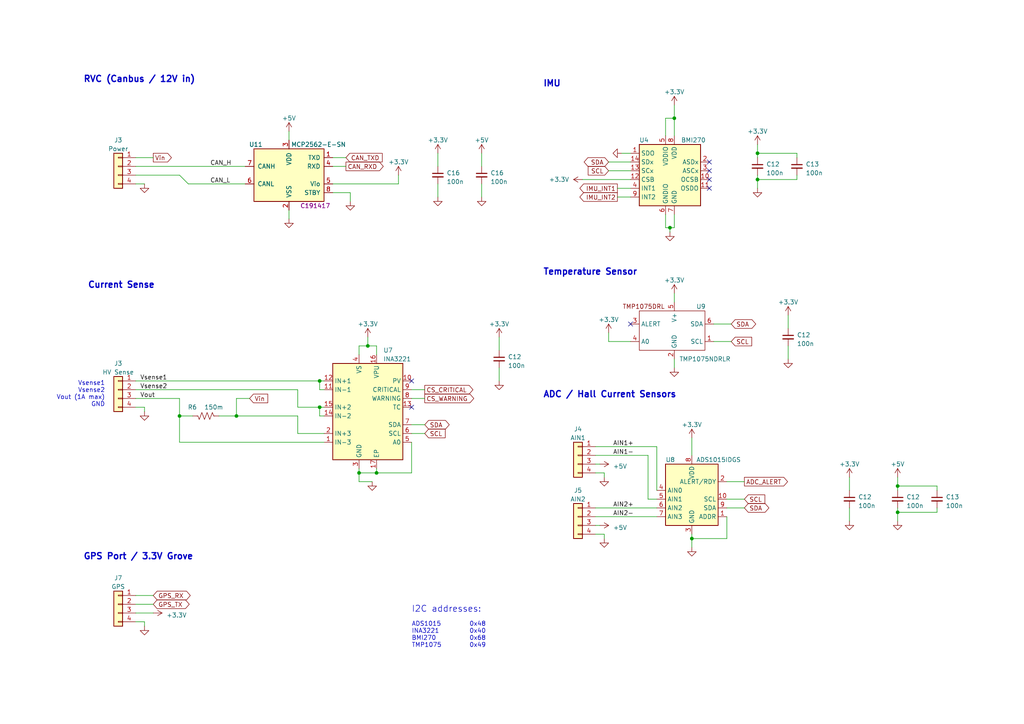
<source format=kicad_sch>
(kicad_sch (version 20230121) (generator eeschema)
  (paper "A4")
  (lib_symbols
    (symbol "Analog_ADC:ADS1015IDGS"
      (property "Reference" "U" (at 2.54 13.97 0))
      (property "Value" "ADS1015IDGS" (at 7.62 11.43 0))
      (symbol "ADS1015IDGS_0_1"
        (rectangle (start -7.62 10.16) (end 7.62 -7.62) (stroke (width 0.254)) (fill (type background)))
      )
      (symbol "ADS1015IDGS_1_1"
        (pin input line (at 10.16 -5.08 180) (length 2.54) (name "ADDR") (number "1"))
        (pin input line (at 10.16 0 180) (length 2.54) (name "SCL") (number "10"))
        (pin output line (at 10.16 5.08 180) (length 2.54) (name "ALERT/RDY") (number "2"))
        (pin power_in line (at 0 -10.16 90) (length 2.54) (name "GND") (number "3"))
        (pin input line (at -10.16 2.54 0) (length 2.54) (name "AIN0") (number "4"))
        (pin input line (at -10.16 0 0) (length 2.54) (name "AIN1") (number "5"))
        (pin input line (at -10.16 -2.54 0) (length 2.54) (name "AIN2") (number "6"))
        (pin input line (at -10.16 -5.08 0) (length 2.54) (name "AIN3") (number "7"))
        (pin power_in line (at 0 12.7 270) (length 2.54) (name "VDD") (number "8"))
        (pin bidirectional line (at 10.16 -2.54 180) (length 2.54) (name "SDA") (number "9"))
      )
    )
    (symbol "Connector_Generic:Conn_01x04" (pin_names (offset 1.016) hide)
      (property "Reference" "J" (at 0 5.08 0))
      (property "Value" "Conn_01x04" (at 0 -7.62 0))
      (symbol "Conn_01x04_1_1"
        (rectangle (start -1.27 -4.953) (end 0 -5.207) (stroke (width 0.1524)))
        (rectangle (start -1.27 -2.413) (end 0 -2.667) (stroke (width 0.1524)))
        (rectangle (start -1.27 0.127) (end 0 -0.127) (stroke (width 0.1524)))
        (rectangle (start -1.27 2.667) (end 0 2.413) (stroke (width 0.1524)))
        (rectangle (start -1.27 3.81) (end 1.27 -6.35) (stroke (width 0.254)) (fill (type background)))
        (pin passive line (at -5.08 2.54 0) (length 3.81) (name "Pin_1") (number "1"))
        (pin passive line (at -5.08 0 0) (length 3.81) (name "Pin_2") (number "2"))
        (pin passive line (at -5.08 -2.54 0) (length 3.81) (name "Pin_3") (number "3"))
        (pin passive line (at -5.08 -5.08 0) (length 3.81) (name "Pin_4") (number "4"))
      )
    )
    (symbol "Device:C_Small" (pin_numbers hide) (pin_names (offset 0.254) hide)
      (property "Reference" "C" (at 0.254 1.778 0))
      (property "Value" "C_Small" (at 0.254 -2.032 0))
      (symbol "C_Small_0_1"
        (polyline (pts (xy -1.524 -0.508) (xy 1.524 -0.508)) (stroke (width 0.3302)))
        (polyline (pts (xy -1.524 0.508) (xy 1.524 0.508)) (stroke (width 0.3048)))
      )
      (symbol "C_Small_1_1"
        (pin passive line (at 0 2.54 270) (length 2.032) (name "~") (number "1"))
        (pin passive line (at 0 -2.54 90) (length 2.032) (name "~") (number "2"))
      )
    )
    (symbol "Device:R_US" (pin_numbers hide) (pin_names (offset 0))
      (property "Reference" "R" (at 2.54 0 90))
      (property "Value" "R_US" (at -2.54 0 90))
      (symbol "R_US_0_1"
        (polyline (pts (xy 0 -2.286) (xy 0 -2.54)))
        (polyline (pts (xy 0 2.286) (xy 0 2.54)))
        (polyline (pts (xy 0 -0.762) (xy 1.016 -1.143) (xy 0 -1.524) (xy -1.016 -1.905) (xy 0 -2.286)))
        (polyline (pts (xy 0 0.762) (xy 1.016 0.381) (xy 0 0) (xy -1.016 -0.381) (xy 0 -0.762)))
        (polyline (pts (xy 0 2.286) (xy 1.016 1.905) (xy 0 1.524) (xy -1.016 1.143) (xy 0 0.762)))
      )
      (symbol "R_US_1_1"
        (pin passive line (at 0 3.81 270) (length 1.27) (name "~") (number "1"))
        (pin passive line (at 0 -3.81 90) (length 1.27) (name "~") (number "2"))
      )
    )
    (symbol "Interface_CAN_LIN:MCP2562-E-SN" (pin_names (offset 1.016))
      (property "Reference" "U" (at -10.16 8.89 0))
      (property "Value" "MCP2562-E-SN" (at 2.54 8.89 0))
      (symbol "MCP2562-E-SN_0_1"
        (rectangle (start -10.16 7.62) (end 10.16 -7.62) (stroke (width 0.254)) (fill (type background)))
      )
      (symbol "MCP2562-E-SN_1_1"
        (pin input line (at -12.7 5.08 0) (length 2.54) (name "TXD") (number "1"))
        (pin power_in line (at 0 -10.16 90) (length 2.54) (name "VSS") (number "2"))
        (pin power_in line (at 0 10.16 270) (length 2.54) (name "VDD") (number "3"))
        (pin output line (at -12.7 2.54 0) (length 2.54) (name "RXD") (number "4"))
        (pin power_in line (at -12.7 -2.54 0) (length 2.54) (name "Vio") (number "5"))
        (pin bidirectional line (at 12.7 -2.54 180) (length 2.54) (name "CANL") (number "6"))
        (pin bidirectional line (at 12.7 2.54 180) (length 2.54) (name "CANH") (number "7"))
        (pin input line (at -12.7 -5.08 0) (length 2.54) (name "STBY") (number "8"))
      )
    )
    (symbol "Power_Management:INA3221"
      (property "Reference" "U" (at -10.16 17.78 0))
      (property "Value" "INA3221" (at 5.08 17.78 0))
      (symbol "INA3221_0_1"
        (rectangle (start 10.16 -12.7) (end -10.16 15.24) (stroke (width 0.254)) (fill (type background)))
      )
      (symbol "INA3221_1_1"
        (pin input line (at -12.7 -7.62 0) (length 2.54) (name "IN-3") (number "1"))
        (pin open_collector line (at 12.7 10.16 180) (length 2.54) (name "PV") (number "10"))
        (pin input line (at -12.7 7.62 0) (length 2.54) (name "IN-1") (number "11"))
        (pin input line (at -12.7 10.16 0) (length 2.54) (name "IN+1") (number "12"))
        (pin open_collector line (at 12.7 2.54 180) (length 2.54) (name "TC") (number "13"))
        (pin input line (at -12.7 0 0) (length 2.54) (name "IN-2") (number "14"))
        (pin input line (at -12.7 2.54 0) (length 2.54) (name "IN+2") (number "15"))
        (pin power_in line (at 2.54 17.78 270) (length 2.54) (name "VPU") (number "16"))
        (pin passive line (at 2.54 -15.24 90) (length 2.54) (name "EP") (number "17"))
        (pin input line (at -12.7 -5.08 0) (length 2.54) (name "IN+3") (number "2"))
        (pin power_in line (at -2.54 -15.24 90) (length 2.54) (name "GND") (number "3"))
        (pin power_in line (at -2.54 17.78 270) (length 2.54) (name "VS") (number "4"))
        (pin input line (at 12.7 -7.62 180) (length 2.54) (name "A0") (number "5"))
        (pin input line (at 12.7 -5.08 180) (length 2.54) (name "SCL") (number "6"))
        (pin bidirectional line (at 12.7 -2.54 180) (length 2.54) (name "SDA") (number "7"))
        (pin open_collector line (at 12.7 5.08 180) (length 2.54) (name "WARNING") (number "8"))
        (pin open_collector line (at 12.7 7.62 180) (length 2.54) (name "CRITICAL") (number "9"))
      )
    )
    (symbol "Sensor_Motion:BMI160"
      (property "Reference" "U" (at -10.16 8.89 0))
      (property "Value" "BMI160" (at 7.62 8.89 0))
      (symbol "BMI160_1_1"
        (rectangle (start -10.16 7.62) (end 7.62 -10.16) (stroke (width 0.254)) (fill (type background)))
        (pin bidirectional line (at -12.7 5.08 0) (length 2.54) (name "SDO") (number "1"))
        (pin bidirectional line (at 10.16 -2.54 180) (length 2.54) (name "OCSB") (number "10"))
        (pin bidirectional line (at 10.16 -5.08 180) (length 2.54) (name "OSDO") (number "11"))
        (pin input line (at -12.7 -2.54 0) (length 2.54) (name "CSB") (number "12"))
        (pin input line (at -12.7 0 0) (length 2.54) (name "SCx") (number "13"))
        (pin bidirectional line (at -12.7 2.54 0) (length 2.54) (name "SDx") (number "14"))
        (pin bidirectional line (at 10.16 2.54 180) (length 2.54) (name "ASDx") (number "2"))
        (pin output line (at 10.16 0 180) (length 2.54) (name "ASCx") (number "3"))
        (pin bidirectional line (at -12.7 -5.08 0) (length 2.54) (name "INT1") (number "4"))
        (pin power_in line (at -2.54 10.16 270) (length 2.54) (name "VDDIO") (number "5"))
        (pin power_in line (at -2.54 -12.7 90) (length 2.54) (name "GNDIO") (number "6"))
        (pin power_in line (at 0 -12.7 90) (length 2.54) (name "GND") (number "7"))
        (pin power_in line (at 0 10.16 270) (length 2.54) (name "VDD") (number "8"))
        (pin bidirectional line (at -12.7 -7.62 0) (length 2.54) (name "INT2") (number "9"))
      )
    )
    (symbol "Symbols:TMP1075-SOT563"
      (property "Reference" "U" (at 7.62 12.7 0))
      (symbol "TMP1075-SOT563_0_1"
        (rectangle (start -10.16 11.43) (end 8.89 0))
      )
      (symbol "TMP1075-SOT563_1_1"
        (text "TMP1075DRL" (at -8.89 12.7 0) (effects (font (size 1.27 1.27))))
        (pin input line (at 11.43 2.54 180) (length 2.54) (name "SCL") (number "1"))
        (pin power_in line (at 0 -2.54 90) (length 2.54) (name "GND") (number "2"))
        (pin output line (at -12.7 7.62 0) (length 2.54) (name "ALERT") (number "3"))
        (pin input line (at -12.7 2.54 0) (length 2.54) (name "A0") (number "4"))
        (pin power_in line (at 0 13.97 270) (length 2.54) (name "V+") (number "5"))
        (pin bidirectional line (at 11.43 7.62 180) (length 2.54) (name "SDA") (number "6"))
      )
    )
    (symbol "power:+3.3V" (power) (pin_names (offset 0))
      (property "Value" "+3.3V" (at 0 3.556 0))
      (symbol "+3.3V_0_1"
        (polyline (pts (xy -0.762 1.27) (xy 0 2.54)))
        (polyline (pts (xy 0 0) (xy 0 2.54)))
        (polyline (pts (xy 0 2.54) (xy 0.762 1.27)))
      )
      (symbol "+3.3V_1_1"
        (pin power_in line (at 0 0 90) (length 0) hide (name "+3.3V") (number "1"))
      )
    )
    (symbol "power:+5V" (power) (pin_names (offset 0))
      (property "Value" "+5V" (at 0 3.556 0))
      (symbol "+5V_0_1"
        (polyline (pts (xy -0.762 1.27) (xy 0 2.54)))
        (polyline (pts (xy 0 0) (xy 0 2.54)))
        (polyline (pts (xy 0 2.54) (xy 0.762 1.27)))
      )
      (symbol "+5V_1_1"
        (pin power_in line (at 0 0 90) (length 0) hide (name "+5V") (number "1"))
      )
    )
    (symbol "power:GND" (power) (pin_names (offset 0))
      (property "Value" "GND" (at 0 -3.81 0))
      (symbol "GND_0_1"
        (polyline (pts (xy 0 0) (xy 0 -1.27) (xy 1.27 -1.27) (xy 0 -2.54) (xy -1.27 -1.27) (xy 0 -1.27)))
      )
      (symbol "GND_1_1"
        (pin power_in line (at 0 0 270) (length 0) hide (name "GND") (number "1"))
      )
    )
  )
  (junction (at 106.68 100.33))
  (junction (at 219.71 52.07))
  (junction (at 200.66 156.21))
  (junction (at 104.14 137.16))
  (junction (at 68.58 120.65))
  (junction (at 92.71 118.11))
  (junction (at 260.35 148.59))
  (junction (at 194.31 66.04))
  (junction (at 260.35 140.97))
  (junction (at 219.71 44.45))
  (junction (at 109.22 137.16))
  (junction (at 52.07 120.65))
  (junction (at 195.58 34.29))
  (junction (at 92.71 110.49))
  (no_connect (at 205.74 49.53))
  (no_connect (at 119.38 110.49))
  (no_connect (at 182.88 93.98))
  (no_connect (at 119.38 118.11))
  (no_connect (at 205.74 54.61))
  (no_connect (at 205.74 52.07))
  (no_connect (at 205.74 46.99))
  (wire (pts (xy 176.53 99.06) (xy 182.88 99.06)))
  (wire (pts (xy 101.6 55.88) (xy 101.6 58.42)))
  (wire (pts (xy 52.07 120.65) (xy 55.88 120.65)))
  (wire (pts (xy 246.38 147.32) (xy 246.38 151.13)))
  (wire (pts (xy 39.37 113.03) (xy 86.36 113.03)))
  (wire (pts (xy 109.22 100.33) (xy 109.22 102.87)))
  (wire (pts (xy 231.14 44.45) (xy 219.71 44.45)))
  (wire (pts (xy 104.14 100.33) (xy 106.68 100.33)))
  (wire (pts (xy 271.78 140.97) (xy 271.78 142.24)))
  (wire (pts (xy 195.58 85.09) (xy 195.58 87.63)))
  (wire (pts (xy 96.52 53.34) (xy 115.57 53.34)))
  (wire (pts (xy 96.52 55.88) (xy 101.6 55.88)))
  (wire (pts (xy 210.82 144.78) (xy 215.9 144.78)))
  (wire (pts (xy 127 53.34) (xy 127 57.15)))
  (wire (pts (xy 193.04 34.29) (xy 195.58 34.29)))
  (wire (pts (xy 39.37 50.8) (xy 52.07 50.8)))
  (wire (pts (xy 195.58 62.23) (xy 195.58 66.04)))
  (wire (pts (xy 93.98 128.27) (xy 52.07 128.27)))
  (wire (pts (xy 180.34 44.45) (xy 182.88 44.45)))
  (wire (pts (xy 119.38 115.57) (xy 123.19 115.57)))
  (wire (pts (xy 182.88 46.99) (xy 176.53 46.99)))
  (wire (pts (xy 193.04 66.04) (xy 194.31 66.04)))
  (wire (pts (xy 260.35 148.59) (xy 260.35 151.13)))
  (wire (pts (xy 172.72 149.86) (xy 190.5 149.86)))
  (wire (pts (xy 100.33 48.26) (xy 96.52 48.26)))
  (wire (pts (xy 193.04 62.23) (xy 193.04 66.04)))
  (wire (pts (xy 195.58 30.48) (xy 195.58 34.29)))
  (wire (pts (xy 104.14 102.87) (xy 104.14 100.33)))
  (wire (pts (xy 194.31 66.04) (xy 195.58 66.04)))
  (wire (pts (xy 194.31 66.04) (xy 194.31 67.31)))
  (wire (pts (xy 119.38 128.27) (xy 119.38 137.16)))
  (wire (pts (xy 52.07 50.8) (xy 54.61 53.34)))
  (wire (pts (xy 193.04 34.29) (xy 193.04 39.37)))
  (wire (pts (xy 86.36 120.65) (xy 86.36 125.73)))
  (wire (pts (xy 92.71 113.03) (xy 92.71 110.49)))
  (wire (pts (xy 175.26 137.16) (xy 175.26 138.43)))
  (wire (pts (xy 172.72 134.62) (xy 173.99 134.62)))
  (wire (pts (xy 219.71 44.45) (xy 219.71 45.72)))
  (wire (pts (xy 86.36 118.11) (xy 92.71 118.11)))
  (wire (pts (xy 119.38 125.73) (xy 123.19 125.73)))
  (wire (pts (xy 200.66 127) (xy 200.66 132.08)))
  (wire (pts (xy 195.58 104.14) (xy 195.58 106.68)))
  (wire (pts (xy 246.38 138.43) (xy 246.38 142.24)))
  (wire (pts (xy 41.91 53.34) (xy 39.37 53.34)))
  (wire (pts (xy 172.72 147.32) (xy 190.5 147.32)))
  (wire (pts (xy 231.14 44.45) (xy 231.14 45.72)))
  (wire (pts (xy 41.91 118.11) (xy 41.91 119.38)))
  (wire (pts (xy 200.66 156.21) (xy 200.66 158.75)))
  (wire (pts (xy 200.66 156.21) (xy 210.82 156.21)))
  (wire (pts (xy 172.72 152.4) (xy 173.99 152.4)))
  (wire (pts (xy 144.78 106.68) (xy 144.78 110.49)))
  (wire (pts (xy 41.91 180.34) (xy 41.91 181.61)))
  (wire (pts (xy 179.07 54.61) (xy 182.88 54.61)))
  (wire (pts (xy 139.7 44.45) (xy 139.7 48.26)))
  (wire (pts (xy 231.14 50.8) (xy 231.14 52.07)))
  (wire (pts (xy 39.37 118.11) (xy 41.91 118.11)))
  (wire (pts (xy 172.72 132.08) (xy 187.96 132.08)))
  (wire (pts (xy 109.22 135.89) (xy 109.22 137.16)))
  (wire (pts (xy 200.66 154.94) (xy 200.66 156.21)))
  (wire (pts (xy 39.37 48.26) (xy 71.12 48.26)))
  (wire (pts (xy 86.36 113.03) (xy 86.36 118.11)))
  (wire (pts (xy 104.14 135.89) (xy 104.14 137.16)))
  (wire (pts (xy 52.07 128.27) (xy 52.07 120.65)))
  (wire (pts (xy 260.35 148.59) (xy 271.78 148.59)))
  (wire (pts (xy 207.01 93.98) (xy 212.09 93.98)))
  (wire (pts (xy 228.6 91.44) (xy 228.6 95.25)))
  (wire (pts (xy 179.07 57.15) (xy 182.88 57.15)))
  (wire (pts (xy 172.72 137.16) (xy 175.26 137.16)))
  (wire (pts (xy 68.58 115.57) (xy 68.58 120.65)))
  (wire (pts (xy 93.98 113.03) (xy 92.71 113.03)))
  (wire (pts (xy 175.26 154.94) (xy 175.26 156.21)))
  (wire (pts (xy 83.82 60.96) (xy 83.82 63.5)))
  (wire (pts (xy 92.71 118.11) (xy 93.98 118.11)))
  (wire (pts (xy 228.6 100.33) (xy 228.6 104.14)))
  (wire (pts (xy 187.96 144.78) (xy 190.5 144.78)))
  (wire (pts (xy 271.78 140.97) (xy 260.35 140.97)))
  (wire (pts (xy 52.07 120.65) (xy 52.07 115.57)))
  (wire (pts (xy 195.58 34.29) (xy 195.58 39.37)))
  (wire (pts (xy 83.82 38.1) (xy 83.82 40.64)))
  (wire (pts (xy 106.68 97.79) (xy 106.68 100.33)))
  (wire (pts (xy 119.38 113.03) (xy 123.19 113.03)))
  (wire (pts (xy 207.01 99.06) (xy 212.09 99.06)))
  (wire (pts (xy 106.68 100.33) (xy 109.22 100.33)))
  (wire (pts (xy 219.71 52.07) (xy 219.71 54.61)))
  (wire (pts (xy 271.78 147.32) (xy 271.78 148.59)))
  (wire (pts (xy 104.14 137.16) (xy 109.22 137.16)))
  (wire (pts (xy 39.37 115.57) (xy 52.07 115.57)))
  (wire (pts (xy 172.72 129.54) (xy 190.5 129.54)))
  (wire (pts (xy 92.71 120.65) (xy 92.71 118.11)))
  (wire (pts (xy 210.82 149.86) (xy 210.82 156.21)))
  (wire (pts (xy 92.71 110.49) (xy 93.98 110.49)))
  (wire (pts (xy 63.5 120.65) (xy 68.58 120.65)))
  (wire (pts (xy 93.98 120.65) (xy 92.71 120.65)))
  (wire (pts (xy 39.37 180.34) (xy 41.91 180.34)))
  (wire (pts (xy 127 44.45) (xy 127 48.26)))
  (wire (pts (xy 260.35 147.32) (xy 260.35 148.59)))
  (wire (pts (xy 176.53 96.52) (xy 176.53 99.06)))
  (wire (pts (xy 68.58 115.57) (xy 72.39 115.57)))
  (wire (pts (xy 190.5 142.24) (xy 190.5 129.54)))
  (wire (pts (xy 39.37 45.72) (xy 44.45 45.72)))
  (wire (pts (xy 104.14 137.16) (xy 104.14 139.7)))
  (wire (pts (xy 109.22 137.16) (xy 119.38 137.16)))
  (wire (pts (xy 104.14 139.7) (xy 107.95 139.7)))
  (wire (pts (xy 210.82 147.32) (xy 215.9 147.32)))
  (wire (pts (xy 139.7 53.34) (xy 139.7 57.15)))
  (wire (pts (xy 68.58 120.65) (xy 86.36 120.65)))
  (wire (pts (xy 260.35 140.97) (xy 260.35 142.24)))
  (wire (pts (xy 260.35 138.43) (xy 260.35 140.97)))
  (wire (pts (xy 182.88 49.53) (xy 176.53 49.53)))
  (wire (pts (xy 144.78 97.79) (xy 144.78 101.6)))
  (wire (pts (xy 187.96 132.08) (xy 187.96 144.78)))
  (wire (pts (xy 39.37 177.8) (xy 44.45 177.8)))
  (wire (pts (xy 39.37 110.49) (xy 92.71 110.49)))
  (wire (pts (xy 86.36 125.73) (xy 93.98 125.73)))
  (wire (pts (xy 39.37 175.26) (xy 44.45 175.26)))
  (wire (pts (xy 54.61 53.34) (xy 71.12 53.34)))
  (wire (pts (xy 100.33 45.72) (xy 96.52 45.72)))
  (wire (pts (xy 119.38 123.19) (xy 123.19 123.19)))
  (wire (pts (xy 219.71 41.91) (xy 219.71 44.45)))
  (wire (pts (xy 168.91 52.07) (xy 182.88 52.07)))
  (wire (pts (xy 115.57 53.34) (xy 115.57 50.8)))
  (wire (pts (xy 219.71 52.07) (xy 231.14 52.07)))
  (wire (pts (xy 172.72 154.94) (xy 175.26 154.94)))
  (wire (pts (xy 210.82 139.7) (xy 215.9 139.7)))
  (wire (pts (xy 219.71 50.8) (xy 219.71 52.07)))
  (wire (pts (xy 39.37 172.72) (xy 44.45 172.72)))
  (text "GPS Port / 3.3V Grove" (at 24.13 162.56 0) (effects (font (size 1.8 1.8) (thickness 0.36) bold) (justify left bottom)))
  (text "ADS1015\nINA3221\nBMI270\nTMP1075" (at 119.38 187.96 0) (effects (font (size 1.27 1.27)) (justify left bottom)))
  (text "Current Sense" (at 25.4 83.82 0) (effects (font (size 1.8 1.8) (thickness 0.36) bold) (justify left bottom)))
  (text "0x48\n0x40\n0x68\n0x49" (at 140.97 187.96 0) (effects (font (size 1.27 1.27)) (justify right bottom)))
  (text "Vsense1\nVsense2\nVout (1A max)\nGND\n" (at 30.48 118.11 0) (effects (font (size 1.27 1.27)) (justify right bottom)))
  (text "Temperature Sensor\n" (at 157.48 80.01 0) (effects (font (size 1.8 1.8) (thickness 0.36) bold) (justify left bottom)))
  (text "I2C addresses:" (at 119.38 177.8 0) (effects (font (size 1.8 1.8)) (justify left bottom)))
  (text "ADC / Hall Current Sensors\n" (at 157.48 115.57 0) (effects (font (size 1.8 1.8) (thickness 0.36) bold) (justify left bottom)))
  (text "RVC (Canbus / 12V in)" (at 24.13 24.13 0) (effects (font (size 1.8 1.8) (thickness 0.36) bold) (justify left bottom)))
  (text "IMU\n" (at 157.48 25.4 0) (effects (font (size 1.8 1.8) (thickness 0.36) bold) (justify left bottom)))
  (label "CAN_L" (at 60.96 53.34 0))
  (label "AIN2+" (at 177.8 147.32 0))
  (label "Vsense2" (at 40.64 113.03 0))
  (label "AIN1-" (at 177.8 132.08 0))
  (label "Vsense1" (at 40.64 110.49 0))
  (label "AIN1+" (at 177.8 129.54 0))
  (label "AIN2-" (at 177.8 149.86 0))
  (label "Vout" (at 40.64 115.57 0))
  (label "CAN_H" (at 60.96 48.26 0))
  (global_label "IMU_INT1" (shape output) (at 179.07 54.61 180) (property "Intersheetrefs" "${INTERSHEET_REFS}" (effects hide)))
  (global_label "SCL" (shape input) (at 123.19 125.73 0) (property "Intersheetrefs" "${INTERSHEET_REFS}" (effects hide)))
  (global_label "GPS_RX" (shape bidirectional) (at 44.45 172.72 0) (property "Intersheetrefs" "${INTERSHEET_REFS}" (effects hide)))
  (global_label "SCL" (shape input) (at 212.09 99.06 0) (property "Intersheetrefs" "${INTERSHEET_REFS}" (effects hide)))
  (global_label "SDA" (shape bidirectional) (at 123.19 123.19 0) (property "Intersheetrefs" "${INTERSHEET_REFS}" (effects hide)))
  (global_label "GPS_TX" (shape bidirectional) (at 44.45 175.26 0) (property "Intersheetrefs" "${INTERSHEET_REFS}" (effects hide)))
  (global_label "SDA" (shape bidirectional) (at 176.53 46.99 180) (property "Intersheetrefs" "${INTERSHEET_REFS}" (effects hide)))
  (global_label "CAN_TXD" (shape input) (at 100.33 45.72 0) (property "Intersheetrefs" "${INTERSHEET_REFS}" (effects hide)))
  (global_label "CS_CRITICAL" (shape output) (at 123.19 113.03 0) (property "Intersheetrefs" "${INTERSHEET_REFS}" (effects hide)))
  (global_label "IMU_INT2" (shape output) (at 179.07 57.15 180) (property "Intersheetrefs" "${INTERSHEET_REFS}" (effects hide)))
  (global_label "SCL" (shape input) (at 176.53 49.53 180) (property "Intersheetrefs" "${INTERSHEET_REFS}" (effects hide)))
  (global_label "CAN_RXD" (shape output) (at 100.33 48.26 0) (property "Intersheetrefs" "${INTERSHEET_REFS}" (effects hide)))
  (global_label "Vin" (shape input) (at 72.39 115.57 0) (property "Intersheetrefs" "${INTERSHEET_REFS}" (effects hide)))
  (global_label "CS_WARNING" (shape output) (at 123.19 115.57 0) (property "Intersheetrefs" "${INTERSHEET_REFS}" (effects hide)))
  (global_label "SDA" (shape bidirectional) (at 215.9 147.32 0) (property "Intersheetrefs" "${INTERSHEET_REFS}" (effects hide)))
  (global_label "SDA" (shape bidirectional) (at 212.09 93.98 0) (property "Intersheetrefs" "${INTERSHEET_REFS}" (effects hide)))
  (global_label "SCL" (shape input) (at 215.9 144.78 0) (property "Intersheetrefs" "${INTERSHEET_REFS}" (effects hide)))
  (global_label "Vin" (shape output) (at 44.45 45.72 0) (property "Intersheetrefs" "${INTERSHEET_REFS}" (effects hide)))
  (global_label "ADC_ALERT" (shape output) (at 215.9 139.7 0) (property "Intersheetrefs" "${INTERSHEET_REFS}" (effects hide)))
  (symbol (lib_id "Device:C_Small") (at 144.78 104.14 0) (unit 1)
    (property "Reference" "C12" (at 147.32 103.5113 0) (effects (justify left)))
    (property "Value" "100n" (at 147.32 106.0513 0) (effects (justify left)))
    (property "Footprint" "Footprints:C_0402_1005Metric" (effects hide))
    (property "LCSC" "C307331" (effects hide))
    (property "Description" "50V 100nF X7R ±10% Multilayer Ceramic Capacitor 0402 " (effects hide))
    (instances (project "canbus" (path "" (reference "C12") (unit 1)) (path "" (reference "C11") (unit 1))))
  )
  (symbol (lib_id "Connector_Generic:Conn_01x04") (at 34.29 113.03 0) (mirror y) (unit 1) (in_bom no)
    (property "Reference" "J3" (at 34.29 105.41 0))
    (property "Value" "HV Sense" (at 34.29 107.95 0))
    (property "Footprint" "Footprints:JST_PH_S4B-PH-K_1x04_P2.00mm_Horizontal" (effects hide))
    (property "Digikey" "455-1721-ND" (effects hide))
    (instances (project "canbus" (path "" (reference "J3") (unit 1)) (path "" (reference "J6") (unit 1))))
  )
  (symbol (lib_id "Connector_Generic:Conn_01x04") (at 167.64 132.08 0) (mirror y) (unit 1) (in_bom no)
    (property "Reference" "J4" (at 167.64 124.46 0))
    (property "Value" "AIN1" (at 167.64 127 0))
    (property "Footprint" "Footprints:JST_PH_S4B-PH-K_1x04_P2.00mm_Horizontal" (effects hide))
    (property "Digikey" "455-1721-ND" (effects hide))
  )
  (symbol (lib_id "power:GND") (at 101.6 58.42 0) (unit 1)
    (property "Reference" "#PWR012" (effects hide))
    (property "Value" "GND" (effects hide))
    (instances (project "Gateway" (path "" (reference "#PWR012") (unit 1))) (project "canbus" (path "" (reference "#PWR052") (unit 1)) (path "" (reference "#PWR058") (unit 1))))
  )
  (symbol (lib_id "Device:C_Small") (at 231.14 48.26 0) (unit 1)
    (property "Reference" "C13" (at 233.68 47.6313 0) (effects (justify left)))
    (property "Value" "100n" (at 233.68 50.1713 0) (effects (justify left)))
    (property "Footprint" "Footprints:C_0402_1005Metric" (effects hide))
    (property "LCSC" "C307331" (effects hide))
    (property "Description" "50V 100nF X7R ±10% Multilayer Ceramic Capacitor 0402 " (effects hide))
  )
  (symbol (lib_id "power:+5V") (at 83.82 38.1 0) (mirror y) (unit 1)
    (property "Reference" "#PWR04" (effects hide))
    (property "Value" "+5V" (at 83.82 34.29 0))
    (instances (project "Gateway" (path "" (reference "#PWR04") (unit 1))) (project "canbus" (path "" (reference "#PWR033") (unit 1)) (path "" (reference "#PWR032") (unit 1))))
  )
  (symbol (lib_id "power:+3.3V") (at 195.58 30.48 0) (unit 1)
    (property "Reference" "#PWR010" (effects hide))
    (property "Value" "+3.3V" (at 195.58 26.67 0))
    (instances (project "Gateway" (path "" (reference "#PWR010") (unit 1))) (project "canbus" (path "" (reference "#PWR022") (unit 1)) (path "" (reference "#PWR025") (unit 1))))
  )
  (symbol (lib_id "power:GND") (at 107.95 139.7 0) (unit 1)
    (property "Reference" "#PWR024" (effects hide))
    (property "Value" "GND" (effects hide))
    (instances (project "Gateway" (path "" (reference "#PWR024") (unit 1))) (project "canbus" (path "" (reference "#PWR042") (unit 1)) (path "" (reference "#PWR019") (unit 1))))
  )
  (symbol (lib_id "Device:C_Small") (at 246.38 144.78 0) (unit 1)
    (property "Reference" "C12" (at 248.92 144.1513 0) (effects (justify left)))
    (property "Value" "100n" (at 248.92 146.6913 0) (effects (justify left)))
    (property "Footprint" "Footprints:C_0402_1005Metric" (effects hide))
    (property "LCSC" "C307331" (effects hide))
    (property "Description" "50V 100nF X7R ±10% Multilayer Ceramic Capacitor 0402 " (effects hide))
    (instances (project "canbus" (path "" (reference "C12") (unit 1)) (path "" (reference "C14") (unit 1))))
  )
  (symbol (lib_id "Device:C_Small") (at 139.7 50.8 0) (unit 1)
    (property "Reference" "C16" (at 142.24 50.1713 0) (effects (justify left)))
    (property "Value" "100n" (at 142.24 52.7113 0) (effects (justify left)))
    (property "Footprint" "Footprints:C_0402_1005Metric" (effects hide))
    (property "LCSC" "C307331" (effects hide))
    (property "Description" "50V 100nF X7R ±10% Multilayer Ceramic Capacitor 0402 " (effects hide))
    (instances (project "canbus" (path "" (reference "C16") (unit 1)) (path "" (reference "C9") (unit 1))))
  )
  (symbol (lib_id "power:+5V") (at 139.7 44.45 0) (mirror y) (unit 1)
    (property "Reference" "#PWR04" (effects hide))
    (property "Value" "+5V" (at 139.7 40.64 0))
    (instances (project "Gateway" (path "" (reference "#PWR04") (unit 1))) (project "canbus" (path "" (reference "#PWR047") (unit 1)) (path "" (reference "#PWR065") (unit 1))))
  )
  (symbol (lib_id "power:GND") (at 194.31 67.31 0) (unit 1)
    (property "Reference" "#PWR012" (effects hide))
    (property "Value" "GND" (effects hide))
    (instances (project "Gateway" (path "" (reference "#PWR012") (unit 1))) (project "canbus" (path "" (reference "#PWR023") (unit 1)) (path "" (reference "#PWR023") (unit 1))))
  )
  (symbol (lib_id "Device:C_Small") (at 219.71 48.26 0) (unit 1)
    (property "Reference" "C12" (at 222.25 47.6313 0) (effects (justify left)))
    (property "Value" "100n" (at 222.25 50.1713 0) (effects (justify left)))
    (property "Footprint" "Footprints:C_0402_1005Metric" (effects hide))
    (property "LCSC" "C307331" (effects hide))
    (property "Description" "50V 100nF X7R ±10% Multilayer Ceramic Capacitor 0402 " (effects hide))
  )
  (symbol (lib_id "power:+3.3V") (at 200.66 127 0) (unit 1)
    (property "Reference" "#PWR010" (effects hide))
    (property "Value" "+3.3V" (at 200.66 123.19 0))
    (instances (project "Gateway" (path "" (reference "#PWR010") (unit 1))) (project "canbus" (path "" (reference "#PWR053") (unit 1)) (path "" (reference "#PWR043") (unit 1))))
  )
  (symbol (lib_id "power:+3.3V") (at 228.6 91.44 0) (unit 1)
    (property "Reference" "#PWR023" (effects hide))
    (property "Value" "+3.3V" (at 228.6 87.63 0))
    (instances (project "Gateway" (path "" (reference "#PWR023") (unit 1))) (project "canbus" (path "" (reference "#PWR013") (unit 1)) (path "" (reference "#PWR068") (unit 1))))
  )
  (symbol (lib_id "power:GND") (at 83.82 63.5 0) (unit 1)
    (property "Reference" "#PWR049" (effects hide))
    (property "Value" "GND" (effects hide))
    (instances (project "canbus" (path "" (reference "#PWR049") (unit 1)) (path "" (reference "#PWR024") (unit 1))))
  )
  (symbol (lib_id "power:+3.3V") (at 176.53 96.52 0) (unit 1)
    (property "Reference" "#PWR023" (effects hide))
    (property "Value" "+3.3V" (at 176.53 92.71 0))
    (instances (project "Gateway" (path "" (reference "#PWR023") (unit 1))) (project "canbus" (path "" (reference "#PWR013") (unit 1)) (path "" (reference "#PWR070") (unit 1))))
  )
  (symbol (lib_id "power:+3.3V") (at 246.38 138.43 0) (unit 1)
    (property "Reference" "#PWR023" (effects hide))
    (property "Value" "+3.3V" (at 246.38 134.62 0))
    (instances (project "Gateway" (path "" (reference "#PWR023") (unit 1))) (project "canbus" (path "" (reference "#PWR013") (unit 1)) (path "" (reference "#PWR012") (unit 1))))
  )
  (symbol (lib_id "power:GND") (at 139.7 57.15 0) (unit 1)
    (property "Reference" "#PWR049" (effects hide))
    (property "Value" "GND" (effects hide))
    (instances (project "canbus" (path "" (reference "#PWR049") (unit 1)) (path "" (reference "#PWR066") (unit 1))))
  )
  (symbol (lib_id "power:GND") (at 41.91 181.61 0) (unit 1)
    (property "Reference" "#PWR051" (effects hide))
    (property "Value" "GND" (effects hide))
    (instances (project "canbus" (path "" (reference "#PWR051") (unit 1)) (path "" (reference "#PWR041") (unit 1))))
  )
  (symbol (lib_id "power:GND") (at 246.38 151.13 0) (unit 1)
    (property "Reference" "#PWR012" (effects hide))
    (property "Value" "GND" (effects hide))
    (instances (project "canbus" (path "" (reference "#PWR012") (unit 1)) (path "" (reference "#PWR013") (unit 1))))
  )
  (symbol (lib_id "power:GND") (at 195.58 106.68 0) (unit 1)
    (property "Reference" "#PWR012" (effects hide))
    (property "Value" "GND" (effects hide))
    (instances (project "Gateway" (path "" (reference "#PWR012") (unit 1))) (project "canbus" (path "" (reference "#PWR023") (unit 1)) (path "" (reference "#PWR052") (unit 1))))
  )
  (symbol (lib_id "power:GND") (at 260.35 151.13 0) (unit 1)
    (property "Reference" "#PWR012" (effects hide))
    (property "Value" "GND" (effects hide))
    (instances (project "canbus" (path "" (reference "#PWR012") (unit 1)) (path "" (reference "#PWR047") (unit 1))))
  )
  (symbol (lib_id "Connector_Generic:Conn_01x04") (at 34.29 48.26 0) (mirror y) (unit 1) (in_bom no)
    (property "Reference" "J3" (at 34.29 40.64 0))
    (property "Value" "Power" (at 34.29 43.18 0))
    (property "Footprint" "Footprints:JST_PH_S4B-PH-K_1x04_P2.00mm_Horizontal" (effects hide))
    (property "Digikey" "455-1721-ND" (effects hide))
  )
  (symbol (lib_id "power:+3.3V") (at 219.71 41.91 0) (unit 1)
    (property "Reference" "#PWR023" (effects hide))
    (property "Value" "+3.3V" (at 219.71 38.1 0))
    (instances (project "Gateway" (path "" (reference "#PWR023") (unit 1))) (project "canbus" (path "" (reference "#PWR013") (unit 1)) (path "" (reference "#PWR063") (unit 1))))
  )
  (symbol (lib_id "Connector_Generic:Conn_01x04") (at 34.29 175.26 0) (mirror y) (unit 1) (in_bom no)
    (property "Reference" "J7" (at 34.29 167.64 0))
    (property "Value" "GPS" (at 34.29 170.18 0))
    (property "Footprint" "Footprints:JST_PH_S4B-PH-K_1x04_P2.00mm_Horizontal" (effects hide))
    (property "Digikey" "455-1721-ND" (effects hide))
  )
  (symbol (lib_id "power:+3.3V") (at 127 44.45 0) (unit 1)
    (property "Reference" "#PWR010" (effects hide))
    (property "Value" "+3.3V" (at 127 40.64 0))
    (instances (project "Gateway" (path "" (reference "#PWR010") (unit 1))) (project "canbus" (path "" (reference "#PWR053") (unit 1)) (path "" (reference "#PWR059") (unit 1))))
  )
  (symbol (lib_id "power:+3.3V") (at 44.45 177.8 270) (unit 1)
    (property "Reference" "#PWR023" (effects hide))
    (property "Value" "+3.3V" (at 48.26 178.435 90) (effects (justify left)))
    (instances (project "Gateway" (path "" (reference "#PWR023") (unit 1))) (project "canbus" (path "" (reference "#PWR039") (unit 1)) (path "" (reference "#PWR042") (unit 1))))
  )
  (symbol (lib_id "Device:C_Small") (at 228.6 97.79 0) (unit 1)
    (property "Reference" "C12" (at 231.14 97.1613 0) (effects (justify left)))
    (property "Value" "100n" (at 231.14 99.7013 0) (effects (justify left)))
    (property "Footprint" "Footprints:C_0402_1005Metric" (effects hide))
    (property "LCSC" "C307331" (effects hide))
    (property "Description" "50V 100nF X7R ±10% Multilayer Ceramic Capacitor 0402 " (effects hide))
    (instances (project "canbus" (path "" (reference "C12") (unit 1)) (path "" (reference "C17") (unit 1))))
  )
  (symbol (lib_id "Power_Management:INA3221") (at 106.68 120.65 0) (unit 1)
    (property "Reference" "U7" (at 111.1759 101.6 0) (effects (justify left)))
    (property "Value" "INA3221" (at 111.1759 104.14 0) (effects (justify left)))
    (property "Footprint" "Package_DFN_QFN:Texas_RGV_S-PVQFN-N16_EP2.1x2.1mm" (effects hide))
    (property "Datasheet" "http://www.ti.com/lit/ds/symlink/ina3221.pdf" (effects hide))
    (property "LCSC" "C181255" (effects hide))
    (instances (project "canbus" (path "" (reference "U7") (unit 1)) (path "" (reference "U5") (unit 1))))
  )
  (symbol (lib_id "Connector_Generic:Conn_01x04") (at 167.64 149.86 0) (mirror y) (unit 1) (in_bom no)
    (property "Reference" "J5" (at 167.64 142.24 0))
    (property "Value" "AIN2" (at 167.64 144.78 0))
    (property "Footprint" "Footprints:JST_PH_S4B-PH-K_1x04_P2.00mm_Horizontal" (effects hide))
    (property "Digikey" "455-1721-ND" (effects hide))
  )
  (symbol (lib_id "power:GND") (at 41.91 119.38 0) (unit 1)
    (property "Reference" "#PWR051" (effects hide))
    (property "Value" "GND" (effects hide))
    (instances (project "canbus" (path "" (reference "#PWR051") (unit 1)) (path "" (reference "#PWR033") (unit 1))))
  )
  (symbol (lib_id "Device:C_Small") (at 271.78 144.78 0) (unit 1)
    (property "Reference" "C13" (at 274.32 144.1513 0) (effects (justify left)))
    (property "Value" "100n" (at 274.32 146.6913 0) (effects (justify left)))
    (property "Footprint" "Footprints:C_0402_1005Metric" (effects hide))
    (property "LCSC" "C307331" (effects hide))
    (property "Description" "50V 100nF X7R ±10% Multilayer Ceramic Capacitor 0402 " (effects hide))
    (instances (project "canbus" (path "" (reference "C13") (unit 1)) (path "" (reference "C16") (unit 1))))
  )
  (symbol (lib_id "Interface_CAN_LIN:MCP2562-E-SN") (at 83.82 50.8 0) (mirror y) (unit 1)
    (property "Reference" "U11" (at 76.2 41.91 0) (effects (justify left)))
    (property "Value" "MCP2562-E-SN" (at 100.33 41.91 0) (effects (justify left)))
    (property "Footprint" "Package_SO:SOIC-8_3.9x4.9mm_P1.27mm" (effects hide))
    (property "Datasheet" "http://ww1.microchip.com/downloads/en/DeviceDoc/25167A.pdf" (effects hide))
    (property "LCSC" "C191417" (at 91.44 59.69 0))
    (instances (project "Gateway" (path "" (reference "U11") (unit 1))) (project "canbus" (path "" (reference "U6") (unit 1)) (path "" (reference "U6") (unit 1))))
  )
  (symbol (lib_id "Symbols:TMP1075-SOT563") (at 195.58 101.6 0) (unit 1)
    (property "Reference" "U9" (at 201.93 88.9 0) (effects (justify left)))
    (property "Value" "TMP1075NDRLR" (at 204.47 104.14 0))
    (property "Footprint" "Package_TO_SOT_SMD:SOT-563" (effects hide))
    (property "LCSC" "C3663690" (effects hide))
  )
  (symbol (lib_id "power:+3.3V") (at 144.78 97.79 0) (unit 1)
    (property "Reference" "#PWR023" (effects hide))
    (property "Value" "+3.3V" (at 144.78 93.98 0))
    (instances (project "Gateway" (path "" (reference "#PWR023") (unit 1))) (project "canbus" (path "" (reference "#PWR013") (unit 1)) (path "" (reference "#PWR061") (unit 1))))
  )
  (symbol (lib_id "power:GND") (at 219.71 54.61 0) (unit 1)
    (property "Reference" "#PWR012" (effects hide))
    (property "Value" "GND" (effects hide))
    (instances (project "canbus" (path "" (reference "#PWR012") (unit 1)) (path "" (reference "#PWR064") (unit 1))))
  )
  (symbol (lib_id "power:+3.3V") (at 106.68 97.79 0) (unit 1)
    (property "Reference" "#PWR028" (effects hide))
    (property "Value" "+3.3V" (at 106.68 93.98 0))
    (instances (project "Gateway" (path "" (reference "#PWR028") (unit 1))) (project "canbus" (path "" (reference "#PWR054") (unit 1)) (path "" (reference "#PWR020") (unit 1))))
  )
  (symbol (lib_id "power:GND") (at 180.34 44.45 270) (unit 1)
    (property "Reference" "#PWR040" (effects hide))
    (property "Value" "GND" (effects hide))
    (instances (project "Gateway" (path "" (reference "#PWR040") (unit 1))) (project "canbus" (path "" (reference "#PWR020") (unit 1)) (path "" (reference "#PWR021") (unit 1))))
  )
  (symbol (lib_id "Device:R_US") (at 59.69 120.65 90) (mirror x) (unit 1)
    (property "Reference" "R6" (at 57.15 118.11 90) (effects (justify left)))
    (property "Value" "150m" (at 64.77 118.11 90) (effects (justify left)))
    (property "Footprint" "Resistor_SMD:R_1206_3216Metric" (effects hide))
    (property "LCSC" "C37936" (effects hide))
    (instances (project "Gateway" (path "" (reference "R6") (unit 1))) (project "canbus" (path "" (reference "R7") (unit 1)) (path "" (reference "R9") (unit 1))))
  )
  (symbol (lib_id "power:GND") (at 175.26 156.21 0) (unit 1)
    (property "Reference" "#PWR040" (effects hide))
    (property "Value" "GND" (effects hide))
  )
  (symbol (lib_id "power:+5V") (at 260.35 138.43 0) (mirror y) (unit 1)
    (property "Reference" "#PWR04" (effects hide))
    (property "Value" "+5V" (at 260.35 134.62 0))
    (instances (project "Gateway" (path "" (reference "#PWR04") (unit 1))) (project "canbus" (path "" (reference "#PWR047") (unit 1)) (path "" (reference "#PWR035") (unit 1))))
  )
  (symbol (lib_id "power:GND") (at 228.6 104.14 0) (unit 1)
    (property "Reference" "#PWR012" (effects hide))
    (property "Value" "GND" (effects hide))
    (instances (project "canbus" (path "" (reference "#PWR012") (unit 1)) (path "" (reference "#PWR069") (unit 1))))
  )
  (symbol (lib_id "power:GND") (at 127 57.15 0) (unit 1)
    (property "Reference" "#PWR049" (effects hide))
    (property "Value" "GND" (effects hide))
    (instances (project "canbus" (path "" (reference "#PWR049") (unit 1)) (path "" (reference "#PWR060") (unit 1))))
  )
  (symbol (lib_id "power:GND") (at 200.66 158.75 0) (unit 1)
    (property "Reference" "#PWR012" (effects hide))
    (property "Value" "GND" (effects hide))
    (instances (project "Gateway" (path "" (reference "#PWR012") (unit 1))) (project "canbus" (path "" (reference "#PWR052") (unit 1)) (path "" (reference "#PWR051") (unit 1))))
  )
  (symbol (lib_id "Device:C_Small") (at 260.35 144.78 0) (unit 1)
    (property "Reference" "C12" (at 262.89 144.1513 0) (effects (justify left)))
    (property "Value" "100n" (at 262.89 146.6913 0) (effects (justify left)))
    (property "Footprint" "Footprints:C_0402_1005Metric" (effects hide))
    (property "LCSC" "C307331" (effects hide))
    (property "Description" "50V 100nF X7R ±10% Multilayer Ceramic Capacitor 0402 " (effects hide))
    (instances (project "canbus" (path "" (reference "C12") (unit 1)) (path "" (reference "C15") (unit 1))))
  )
  (symbol (lib_id "power:+3.3V") (at 195.58 85.09 0) (unit 1)
    (property "Reference" "#PWR023" (effects hide))
    (property "Value" "+3.3V" (at 195.58 81.28 0))
    (instances (project "Gateway" (path "" (reference "#PWR023") (unit 1))) (project "canbus" (path "" (reference "#PWR013") (unit 1)) (path "" (reference "#PWR067") (unit 1))))
  )
  (symbol (lib_id "power:GND") (at 144.78 110.49 0) (unit 1)
    (property "Reference" "#PWR012" (effects hide))
    (property "Value" "GND" (effects hide))
    (instances (project "canbus" (path "" (reference "#PWR012") (unit 1)) (path "" (reference "#PWR062") (unit 1))))
  )
  (symbol (lib_id "power:+3.3V") (at 115.57 50.8 0) (unit 1)
    (property "Reference" "#PWR010" (effects hide))
    (property "Value" "+3.3V" (at 115.57 46.99 0))
    (instances (project "Gateway" (path "" (reference "#PWR010") (unit 1))) (project "canbus" (path "" (reference "#PWR053") (unit 1)) (path "" (reference "#PWR026") (unit 1))))
  )
  (symbol (lib_id "Analog_ADC:ADS1015IDGS") (at 200.66 144.78 0) (unit 1)
    (property "Reference" "U8" (at 193.04 133.35 0) (effects (justify left)))
    (property "Value" "ADS1015IDGS" (at 201.93 133.35 0) (effects (justify left)))
    (property "Footprint" "Package_SO:TSSOP-10_3x3mm_P0.5mm" (effects hide))
    (property "Datasheet" "http://www.ti.com/lit/ds/symlink/ads1015.pdf" (effects hide))
    (property "LCSC" "C193969" (effects hide))
  )
  (symbol (lib_id "power:GND") (at 175.26 138.43 0) (unit 1)
    (property "Reference" "#PWR038" (effects hide))
    (property "Value" "GND" (effects hide))
    (instances (project "canbus" (path "" (reference "#PWR038") (unit 1)) (path "" (reference "#PWR039") (unit 1))))
  )
  (symbol (lib_id "power:+3.3V") (at 168.91 52.07 90) (unit 1)
    (property "Reference" "#PWR041" (effects hide))
    (property "Value" "+3.3V" (at 165.1 52.07 90) (effects (justify left)))
    (instances (project "Gateway" (path "" (reference "#PWR041") (unit 1))) (project "canbus" (path "" (reference "#PWR021") (unit 1)) (path "" (reference "#PWR022") (unit 1))))
  )
  (symbol (lib_id "power:GND") (at 41.91 53.34 0) (unit 1)
    (property "Reference" "#PWR01" (effects hide))
    (property "Value" "GND" (effects hide))
  )
  (symbol (lib_id "power:+5V") (at 173.99 152.4 270) (unit 1)
    (property "Reference" "#PWR041" (effects hide))
    (property "Value" "+5V" (at 177.8 153.035 90) (effects (justify left)))
    (instances (project "canbus" (path "" (reference "#PWR041") (unit 1)) (path "" (reference "#PWR038") (unit 1))))
  )
  (symbol (lib_id "Device:C_Small") (at 127 50.8 0) (unit 1)
    (property "Reference" "C16" (at 129.54 50.1713 0) (effects (justify left)))
    (property "Value" "100n" (at 129.54 52.7113 0) (effects (justify left)))
    (property "Footprint" "Footprints:C_0402_1005Metric" (effects hide))
    (property "LCSC" "C307331" (effects hide))
    (property "Description" "50V 100nF X7R ±10% Multilayer Ceramic Capacitor 0402 " (effects hide))
    (instances (project "canbus" (path "" (reference "C16") (unit 1)) (path "" (reference "C10") (unit 1))))
  )
  (symbol (lib_id "power:+5V") (at 173.99 134.62 270) (unit 1)
    (property "Reference" "#PWR043" (effects hide))
    (property "Value" "+5V" (at 177.8 135.255 90) (effects (justify left)))
    (instances (project "canbus" (path "" (reference "#PWR043") (unit 1)) (path "" (reference "#PWR034") (unit 1))))
  )
  (symbol (lib_id "Sensor_Motion:BMI160") (at 195.58 49.53 0) (unit 1)
    (property "Reference" "U4" (at 185.42 40.64 0) (effects (justify left)))
    (property "Value" "BMI270" (at 197.5359 40.64 0) (effects (justify left)))
    (property "Footprint" "Package_LGA:Bosch_LGA-14_3x2.5mm_P0.5mm" (effects hide))
    (property "Datasheet" "https://www.bosch-sensortec.com/media/boschsensortec/downloads/datasheets/bst-bmi160-ds000.pdf" (effects hide))
    (property "LCSC" "C2836813" (effects hide))
    (instances (project "Gateway" (path "" (reference "U4") (unit 1))) (project "canbus" (path "" (reference "U4") (unit 1)) (path "" (reference "U7") (unit 1))))
  )
)
</source>
